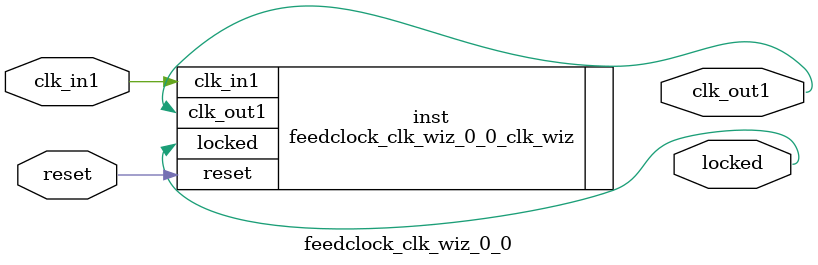
<source format=v>


`timescale 1ps/1ps

(* CORE_GENERATION_INFO = "feedclock_clk_wiz_0_0,clk_wiz_v6_0_15_0_0,{component_name=feedclock_clk_wiz_0_0,use_phase_alignment=true,use_min_o_jitter=false,use_max_i_jitter=false,use_dyn_phase_shift=false,use_inclk_switchover=false,use_dyn_reconfig=false,enable_axi=0,feedback_source=FDBK_AUTO,PRIMITIVE=MMCM,num_out_clk=1,clkin1_period=83.333,clkin2_period=10.0,use_power_down=false,use_reset=true,use_locked=true,use_inclk_stopped=false,feedback_type=SINGLE,CLOCK_MGR_TYPE=NA,manual_override=false}" *)

module feedclock_clk_wiz_0_0 
 (
  // Clock out ports
  output        clk_out1,
  // Status and control signals
  input         reset,
  output        locked,
 // Clock in ports
  input         clk_in1
 );

  feedclock_clk_wiz_0_0_clk_wiz inst
  (
  // Clock out ports  
  .clk_out1(clk_out1),
  // Status and control signals               
  .reset(reset), 
  .locked(locked),
 // Clock in ports
  .clk_in1(clk_in1)
  );

endmodule

</source>
